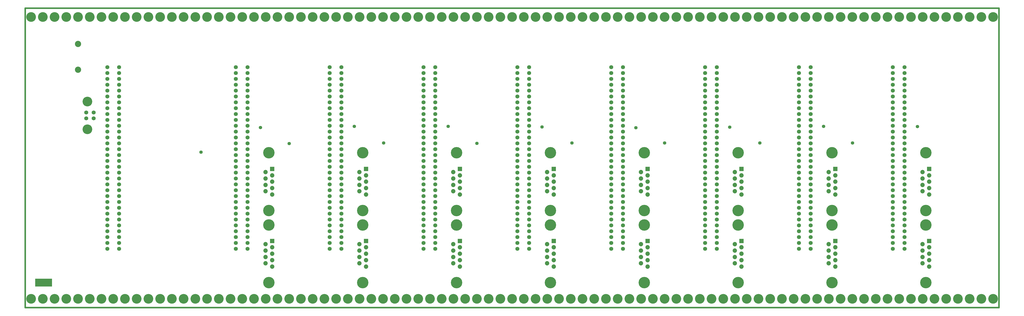
<source format=gts>
%FSTAX23Y23*%
%MOIN*%
%SFA1B1*%

%IPPOS*%
%ADD13C,0.027559*%
%ADD27R,0.288188X0.134252*%
%ADD28C,0.106299*%
%ADD29C,0.165354*%
%ADD30C,0.068110*%
%ADD31C,0.195275*%
%ADD32R,0.074409X0.074409*%
%ADD33C,0.074409*%
%ADD34C,0.057874*%
%LNbackplane-1*%
%LPD*%
G54D13*
X01829Y02079D02*
X18429D01*
Y0719*
X01829D02*
X18429D01*
X01829D02*
Y02079D01*
G54D27*
X02142Y02508D03*
G54D28*
X02729Y0614D03*
Y06579D03*
G54D29*
X18129Y02229D03*
X17729D03*
X17329D03*
X16929D03*
X16529D03*
X16129D03*
X15729D03*
X15329D03*
X14929D03*
X14529D03*
X14129D03*
X13729D03*
X13329D03*
X12929D03*
X12529D03*
X12129D03*
X11729D03*
X11329D03*
X10929D03*
X10529D03*
X10129D03*
X09729D03*
X09329D03*
X08929D03*
X08529D03*
X08129D03*
X07729D03*
X07329D03*
X06929D03*
X06529D03*
X06129D03*
X05729D03*
X05329D03*
X04929D03*
X04529D03*
X04129D03*
X03729D03*
X03329D03*
X02929D03*
X02529D03*
X02129D03*
X18329Y02229D03*
X17929D03*
X17529D03*
X17129D03*
X16729D03*
X16329D03*
X15929D03*
X15529D03*
X15129D03*
X14729D03*
X14329D03*
X13929D03*
X13529D03*
X13129D03*
X12729D03*
X12329D03*
X11929D03*
X11529D03*
X11129D03*
X10729D03*
X10329D03*
X09929D03*
X09529D03*
X09129D03*
X08729D03*
X08329D03*
X07929D03*
X07529D03*
X07129D03*
X06729D03*
X06329D03*
X05929D03*
X05529D03*
X05129D03*
X04729D03*
X04329D03*
X03929D03*
X03529D03*
X03129D03*
X02729D03*
X02329D03*
X01929D03*
X18129Y0704D03*
X17729D03*
X17329D03*
X16929D03*
X16529D03*
X16129D03*
X15729D03*
X15329D03*
X14929D03*
X14529D03*
X14129D03*
X13729D03*
X13329D03*
X12929D03*
X12529D03*
X12129D03*
X11729D03*
X11329D03*
X10929D03*
X10529D03*
X10129D03*
X09729D03*
X09329D03*
X08929D03*
X08529D03*
X08129D03*
X07729D03*
X07329D03*
X06929D03*
X06529D03*
X06129D03*
X05729D03*
X05329D03*
X04929D03*
X04529D03*
X04129D03*
X03729D03*
X03329D03*
X02929D03*
X02529D03*
X02129D03*
D03*
X18329Y0704D03*
X17929D03*
X17529D03*
X17129D03*
X16729D03*
X16329D03*
X15929D03*
X15529D03*
X15129D03*
X14729D03*
X14329D03*
X13929D03*
X13529D03*
X13129D03*
X12729D03*
X12329D03*
X11929D03*
X11529D03*
X11129D03*
X10729D03*
X10329D03*
X09929D03*
X09529D03*
X09129D03*
X08729D03*
X08329D03*
X07929D03*
X07529D03*
X07129D03*
X06729D03*
X06329D03*
X05929D03*
X05529D03*
X05129D03*
X04729D03*
X04329D03*
X03929D03*
X03529D03*
X03129D03*
X02729D03*
X02329D03*
X02889Y05596D03*
Y05122D03*
X01929Y0704D03*
G54D30*
X0287Y0531D03*
Y05409D03*
X02996D03*
Y0531D03*
X1682Y06185D03*
Y06085D03*
Y05985D03*
Y05885D03*
Y05785D03*
Y05685D03*
Y05585D03*
Y05485D03*
Y05385D03*
Y05285D03*
Y05185D03*
Y05085D03*
Y04985D03*
Y04885D03*
Y04785D03*
Y04685D03*
Y04585D03*
Y04485D03*
Y04385D03*
Y04285D03*
Y04185D03*
Y04085D03*
Y03985D03*
Y03885D03*
Y03785D03*
Y03685D03*
Y03585D03*
Y03485D03*
Y03385D03*
Y03285D03*
Y03185D03*
Y03085D03*
X1662Y06185D03*
Y06085D03*
Y05985D03*
Y05885D03*
Y05785D03*
Y05685D03*
Y05585D03*
Y05485D03*
Y05385D03*
Y05285D03*
Y05185D03*
Y05085D03*
Y04985D03*
Y04885D03*
Y04785D03*
Y04685D03*
Y04585D03*
Y04485D03*
Y04385D03*
Y04285D03*
Y04185D03*
Y04085D03*
Y03985D03*
Y03885D03*
Y03785D03*
Y03685D03*
Y03585D03*
Y03485D03*
Y03385D03*
Y03285D03*
Y03185D03*
Y03085D03*
X1522Y06185D03*
Y06085D03*
Y05985D03*
Y05885D03*
Y05785D03*
Y05685D03*
Y05585D03*
Y05485D03*
Y05385D03*
Y05285D03*
Y05185D03*
Y05085D03*
Y04985D03*
Y04885D03*
Y04785D03*
Y04685D03*
Y04585D03*
Y04485D03*
Y04385D03*
Y04285D03*
Y04185D03*
Y04085D03*
Y03985D03*
Y03885D03*
Y03785D03*
Y03685D03*
Y03585D03*
Y03485D03*
Y03385D03*
Y03285D03*
Y03185D03*
Y03085D03*
X1502Y06185D03*
Y06085D03*
Y05985D03*
Y05885D03*
Y05785D03*
Y05685D03*
Y05585D03*
Y05485D03*
Y05385D03*
Y05285D03*
Y05185D03*
Y05085D03*
Y04985D03*
Y04885D03*
Y04785D03*
Y04685D03*
Y04585D03*
Y04485D03*
Y04385D03*
Y04285D03*
Y04185D03*
Y04085D03*
Y03985D03*
Y03885D03*
Y03785D03*
Y03685D03*
Y03585D03*
Y03485D03*
Y03385D03*
Y03285D03*
Y03185D03*
Y03085D03*
X1362Y06185D03*
Y06085D03*
Y05985D03*
Y05885D03*
Y05785D03*
Y05685D03*
Y05585D03*
Y05485D03*
Y05385D03*
Y05285D03*
Y05185D03*
Y05085D03*
Y04985D03*
Y04885D03*
Y04785D03*
Y04685D03*
Y04585D03*
Y04485D03*
Y04385D03*
Y04285D03*
Y04185D03*
Y04085D03*
Y03985D03*
Y03885D03*
Y03785D03*
Y03685D03*
Y03585D03*
Y03485D03*
Y03385D03*
Y03285D03*
Y03185D03*
Y03085D03*
X1342Y06185D03*
Y06085D03*
Y05985D03*
Y05885D03*
Y05785D03*
Y05685D03*
Y05585D03*
Y05485D03*
Y05385D03*
Y05285D03*
Y05185D03*
Y05085D03*
Y04985D03*
Y04885D03*
Y04785D03*
Y04685D03*
Y04585D03*
Y04485D03*
Y04385D03*
Y04285D03*
Y04185D03*
Y04085D03*
Y03985D03*
Y03885D03*
Y03785D03*
Y03685D03*
Y03585D03*
Y03485D03*
Y03385D03*
Y03285D03*
Y03185D03*
Y03085D03*
X1202Y06185D03*
Y06085D03*
Y05985D03*
Y05885D03*
Y05785D03*
Y05685D03*
Y05585D03*
Y05485D03*
Y05385D03*
Y05285D03*
Y05185D03*
Y05085D03*
Y04985D03*
Y04885D03*
Y04785D03*
Y04685D03*
Y04585D03*
Y04485D03*
Y04385D03*
Y04285D03*
Y04185D03*
Y04085D03*
Y03985D03*
Y03885D03*
Y03785D03*
Y03685D03*
Y03585D03*
Y03485D03*
Y03385D03*
Y03285D03*
Y03185D03*
Y03085D03*
X1182Y06185D03*
Y06085D03*
Y05985D03*
Y05885D03*
Y05785D03*
Y05685D03*
Y05585D03*
Y05485D03*
Y05385D03*
Y05285D03*
Y05185D03*
Y05085D03*
Y04985D03*
Y04885D03*
Y04785D03*
Y04685D03*
Y04585D03*
Y04485D03*
Y04385D03*
Y04285D03*
Y04185D03*
Y04085D03*
Y03985D03*
Y03885D03*
Y03785D03*
Y03685D03*
Y03585D03*
Y03485D03*
Y03385D03*
Y03285D03*
Y03185D03*
Y03085D03*
X1042Y06185D03*
Y06085D03*
Y05985D03*
Y05885D03*
Y05785D03*
Y05685D03*
Y05585D03*
Y05485D03*
Y05385D03*
Y05285D03*
Y05185D03*
Y05085D03*
Y04985D03*
Y04885D03*
Y04785D03*
Y04685D03*
Y04585D03*
Y04485D03*
Y04385D03*
Y04285D03*
Y04185D03*
Y04085D03*
Y03985D03*
Y03885D03*
Y03785D03*
Y03685D03*
Y03585D03*
Y03485D03*
Y03385D03*
Y03285D03*
Y03185D03*
Y03085D03*
X1022Y06185D03*
Y06085D03*
Y05985D03*
Y05885D03*
Y05785D03*
Y05685D03*
Y05585D03*
Y05485D03*
Y05385D03*
Y05285D03*
Y05185D03*
Y05085D03*
Y04985D03*
Y04885D03*
Y04785D03*
Y04685D03*
Y04585D03*
Y04485D03*
Y04385D03*
Y04285D03*
Y04185D03*
Y04085D03*
Y03985D03*
Y03885D03*
Y03785D03*
Y03685D03*
Y03585D03*
Y03485D03*
Y03385D03*
Y03285D03*
Y03185D03*
Y03085D03*
X0882Y06185D03*
Y06085D03*
Y05985D03*
Y05885D03*
Y05785D03*
Y05685D03*
Y05585D03*
Y05485D03*
Y05385D03*
Y05285D03*
Y05185D03*
Y05085D03*
Y04985D03*
Y04885D03*
Y04785D03*
Y04685D03*
Y04585D03*
Y04485D03*
Y04385D03*
Y04285D03*
Y04185D03*
Y04085D03*
Y03985D03*
Y03885D03*
Y03785D03*
Y03685D03*
Y03585D03*
Y03485D03*
Y03385D03*
Y03285D03*
Y03185D03*
Y03085D03*
X0862Y06185D03*
Y06085D03*
Y05985D03*
Y05885D03*
Y05785D03*
Y05685D03*
Y05585D03*
Y05485D03*
Y05385D03*
Y05285D03*
Y05185D03*
Y05085D03*
Y04985D03*
Y04885D03*
Y04785D03*
Y04685D03*
Y04585D03*
Y04485D03*
Y04385D03*
Y04285D03*
Y04185D03*
Y04085D03*
Y03985D03*
Y03885D03*
Y03785D03*
Y03685D03*
Y03585D03*
Y03485D03*
Y03385D03*
Y03285D03*
Y03185D03*
Y03085D03*
X0722Y06185D03*
Y06085D03*
Y05985D03*
Y05885D03*
Y05785D03*
Y05685D03*
Y05585D03*
Y05485D03*
Y05385D03*
Y05285D03*
Y05185D03*
Y05085D03*
Y04985D03*
Y04885D03*
Y04785D03*
Y04685D03*
Y04585D03*
Y04485D03*
Y04385D03*
Y04285D03*
Y04185D03*
Y04085D03*
Y03985D03*
Y03885D03*
Y03785D03*
Y03685D03*
Y03585D03*
Y03485D03*
Y03385D03*
Y03285D03*
Y03185D03*
Y03085D03*
X0702Y06185D03*
Y06085D03*
Y05985D03*
Y05885D03*
Y05785D03*
Y05685D03*
Y05585D03*
Y05485D03*
Y05385D03*
Y05285D03*
Y05185D03*
Y05085D03*
Y04985D03*
Y04885D03*
Y04785D03*
Y04685D03*
Y04585D03*
Y04485D03*
Y04385D03*
Y04285D03*
Y04185D03*
Y04085D03*
Y03985D03*
Y03885D03*
Y03785D03*
Y03685D03*
Y03585D03*
Y03485D03*
Y03385D03*
Y03285D03*
Y03185D03*
Y03085D03*
X03429Y06185D03*
Y06085D03*
Y05985D03*
Y05885D03*
Y05785D03*
Y05685D03*
Y05585D03*
Y05485D03*
Y05385D03*
Y05285D03*
Y05185D03*
Y05085D03*
Y04985D03*
Y04885D03*
Y04785D03*
Y04685D03*
Y04585D03*
Y04485D03*
Y04385D03*
Y04285D03*
Y04185D03*
Y04085D03*
Y03985D03*
Y03885D03*
Y03785D03*
Y03685D03*
Y03585D03*
Y03485D03*
Y03385D03*
Y03285D03*
Y03185D03*
Y03085D03*
X03229Y06185D03*
Y06085D03*
Y05985D03*
Y05885D03*
Y05785D03*
Y05685D03*
Y05585D03*
Y05485D03*
Y05385D03*
Y05285D03*
Y05185D03*
Y05085D03*
Y04985D03*
Y04885D03*
Y04785D03*
Y04685D03*
Y04585D03*
Y04485D03*
Y04385D03*
Y04285D03*
Y04185D03*
Y04085D03*
Y03985D03*
Y03885D03*
Y03785D03*
Y03685D03*
Y03585D03*
Y03485D03*
Y03385D03*
Y03285D03*
Y03185D03*
Y03085D03*
X0562Y06185D03*
Y06085D03*
Y05985D03*
Y05885D03*
Y05785D03*
Y05685D03*
Y05585D03*
Y05485D03*
Y05385D03*
Y05285D03*
Y05185D03*
Y05085D03*
Y04985D03*
Y04885D03*
Y04785D03*
Y04685D03*
Y04585D03*
Y04485D03*
Y04385D03*
Y04285D03*
Y04185D03*
Y04085D03*
Y03985D03*
Y03885D03*
Y03785D03*
Y03685D03*
Y03585D03*
Y03485D03*
Y03385D03*
Y03285D03*
Y03185D03*
Y03085D03*
X0542Y06185D03*
Y06085D03*
Y05985D03*
Y05885D03*
Y05785D03*
Y05685D03*
Y05585D03*
Y05485D03*
Y05385D03*
Y05285D03*
Y05185D03*
Y05085D03*
Y04985D03*
Y04885D03*
Y04785D03*
Y04685D03*
Y04585D03*
Y04485D03*
Y04385D03*
Y04285D03*
Y04185D03*
Y04085D03*
Y03985D03*
Y03885D03*
Y03785D03*
Y03685D03*
Y03585D03*
Y03485D03*
Y03385D03*
Y03285D03*
Y03185D03*
Y03085D03*
G54D31*
X05983Y02508D03*
Y03491D03*
Y03738D03*
Y04722D03*
X07583Y02508D03*
Y03491D03*
X09183Y02508D03*
Y03491D03*
X10783Y02508D03*
Y03491D03*
X12383Y02508D03*
Y03491D03*
X13983Y02508D03*
Y03491D03*
X15583Y02508D03*
Y03491D03*
X17183Y02508D03*
Y03491D03*
Y03738D03*
Y04722D03*
X15583Y03738D03*
Y04722D03*
X13983Y03738D03*
Y04722D03*
X12383Y03738D03*
Y04722D03*
X10783Y03738D03*
Y04722D03*
X09183Y03738D03*
Y04722D03*
X07583Y03738D03*
Y04722D03*
G54D32*
X06039Y03218D03*
Y04448D03*
X07639Y03218D03*
X09239D03*
X10839D03*
X12439D03*
X14039D03*
X15639D03*
X17239D03*
Y04448D03*
X15639D03*
X14039D03*
X12439D03*
X10839D03*
X09239D03*
X07639D03*
G54D33*
X05927Y03163D03*
X06039Y03109D03*
X05927Y03054D03*
X06039Y03D03*
X05927Y02945D03*
X06039Y0289D03*
X05927Y02836D03*
X06039Y02781D03*
X05927Y04393D03*
X06039Y04338D03*
X05927Y04284D03*
X06039Y04229D03*
X05927Y04175D03*
X06039Y0412D03*
X05927Y04066D03*
X06039Y04011D03*
X07527Y03163D03*
X07639Y03109D03*
X07527Y03054D03*
X07639Y03D03*
X07527Y02945D03*
X07639Y0289D03*
X07527Y02836D03*
X07639Y02781D03*
X09127Y03163D03*
X09239Y03109D03*
X09127Y03054D03*
X09239Y03D03*
X09127Y02945D03*
X09239Y0289D03*
X09127Y02836D03*
X09239Y02781D03*
X10727Y03163D03*
X10839Y03109D03*
X10727Y03054D03*
X10839Y03D03*
X10727Y02945D03*
X10839Y0289D03*
X10727Y02836D03*
X10839Y02781D03*
X12327Y03163D03*
X12439Y03109D03*
X12327Y03054D03*
X12439Y03D03*
X12327Y02945D03*
X12439Y0289D03*
X12327Y02836D03*
X12439Y02781D03*
X13927Y03163D03*
X14039Y03109D03*
X13927Y03054D03*
X14039Y03D03*
X13927Y02945D03*
X14039Y0289D03*
X13927Y02836D03*
X14039Y02781D03*
X15527Y03163D03*
X15639Y03109D03*
X15527Y03054D03*
X15639Y03D03*
X15527Y02945D03*
X15639Y0289D03*
X15527Y02836D03*
X15639Y02781D03*
X17127Y03163D03*
X17239Y03109D03*
X17127Y03054D03*
X17239Y03D03*
X17127Y02945D03*
X17239Y0289D03*
X17127Y02836D03*
X17239Y02781D03*
X17127Y04393D03*
X17239Y04338D03*
X17127Y04284D03*
X17239Y04229D03*
X17127Y04175D03*
X17239Y0412D03*
X17127Y04066D03*
X17239Y04011D03*
X15527Y04393D03*
X15639Y04338D03*
X15527Y04284D03*
X15639Y04229D03*
X15527Y04175D03*
X15639Y0412D03*
X15527Y04066D03*
X15639Y04011D03*
X13927Y04393D03*
X14039Y04338D03*
X13927Y04284D03*
X14039Y04229D03*
X13927Y04175D03*
X14039Y0412D03*
X13927Y04066D03*
X14039Y04011D03*
X12327Y04393D03*
X12439Y04338D03*
X12327Y04284D03*
X12439Y04229D03*
X12327Y04175D03*
X12439Y0412D03*
X12327Y04066D03*
X12439Y04011D03*
X10727Y04393D03*
X10839Y04338D03*
X10727Y04284D03*
X10839Y04229D03*
X10727Y04175D03*
X10839Y0412D03*
X10727Y04066D03*
X10839Y04011D03*
X09127Y04393D03*
X09239Y04338D03*
X09127Y04284D03*
X09239Y04229D03*
X09127Y04175D03*
X09239Y0412D03*
X09127Y04066D03*
X09239Y04011D03*
X07527Y04393D03*
X07639Y04338D03*
X07527Y04284D03*
X07639Y04229D03*
X07527Y04175D03*
X07639Y0412D03*
X07527Y04066D03*
X07639Y04011D03*
G54D34*
X1704Y0517D03*
X1544Y05174D03*
X1384Y05159D03*
X14354Y0489D03*
X15934D03*
X12729D03*
X1224Y0515D03*
X1115Y0489D03*
X1064Y05164D03*
X0904Y05174D03*
X09529Y04885D03*
X0794Y0489D03*
X0744Y05174D03*
X06329Y04879D03*
X0584Y05154D03*
X04825Y04735D03*
M02*
</source>
